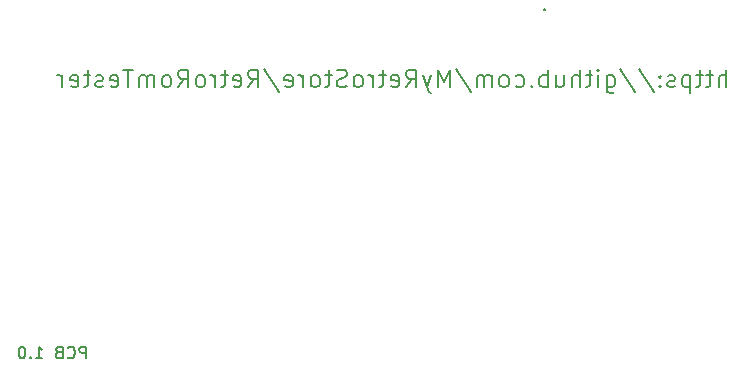
<source format=gbr>
G04 #@! TF.GenerationSoftware,KiCad,Pcbnew,7.0.8-7.0.8~ubuntu23.04.1*
G04 #@! TF.CreationDate,2023-10-29T22:49:27+00:00*
G04 #@! TF.ProjectId,2332 ROM Tester,32333332-2052-44f4-9d20-546573746572,1.0*
G04 #@! TF.SameCoordinates,Original*
G04 #@! TF.FileFunction,Legend,Bot*
G04 #@! TF.FilePolarity,Positive*
%FSLAX46Y46*%
G04 Gerber Fmt 4.6, Leading zero omitted, Abs format (unit mm)*
G04 Created by KiCad (PCBNEW 7.0.8-7.0.8~ubuntu23.04.1) date 2023-10-29 22:49:27*
%MOMM*%
%LPD*%
G01*
G04 APERTURE LIST*
%ADD10C,0.150000*%
G04 APERTURE END LIST*
D10*
X85667620Y-96796219D02*
X85667620Y-95796219D01*
X85667620Y-95796219D02*
X85286668Y-95796219D01*
X85286668Y-95796219D02*
X85191430Y-95843838D01*
X85191430Y-95843838D02*
X85143811Y-95891457D01*
X85143811Y-95891457D02*
X85096192Y-95986695D01*
X85096192Y-95986695D02*
X85096192Y-96129552D01*
X85096192Y-96129552D02*
X85143811Y-96224790D01*
X85143811Y-96224790D02*
X85191430Y-96272409D01*
X85191430Y-96272409D02*
X85286668Y-96320028D01*
X85286668Y-96320028D02*
X85667620Y-96320028D01*
X84096192Y-96700980D02*
X84143811Y-96748600D01*
X84143811Y-96748600D02*
X84286668Y-96796219D01*
X84286668Y-96796219D02*
X84381906Y-96796219D01*
X84381906Y-96796219D02*
X84524763Y-96748600D01*
X84524763Y-96748600D02*
X84620001Y-96653361D01*
X84620001Y-96653361D02*
X84667620Y-96558123D01*
X84667620Y-96558123D02*
X84715239Y-96367647D01*
X84715239Y-96367647D02*
X84715239Y-96224790D01*
X84715239Y-96224790D02*
X84667620Y-96034314D01*
X84667620Y-96034314D02*
X84620001Y-95939076D01*
X84620001Y-95939076D02*
X84524763Y-95843838D01*
X84524763Y-95843838D02*
X84381906Y-95796219D01*
X84381906Y-95796219D02*
X84286668Y-95796219D01*
X84286668Y-95796219D02*
X84143811Y-95843838D01*
X84143811Y-95843838D02*
X84096192Y-95891457D01*
X83334287Y-96272409D02*
X83191430Y-96320028D01*
X83191430Y-96320028D02*
X83143811Y-96367647D01*
X83143811Y-96367647D02*
X83096192Y-96462885D01*
X83096192Y-96462885D02*
X83096192Y-96605742D01*
X83096192Y-96605742D02*
X83143811Y-96700980D01*
X83143811Y-96700980D02*
X83191430Y-96748600D01*
X83191430Y-96748600D02*
X83286668Y-96796219D01*
X83286668Y-96796219D02*
X83667620Y-96796219D01*
X83667620Y-96796219D02*
X83667620Y-95796219D01*
X83667620Y-95796219D02*
X83334287Y-95796219D01*
X83334287Y-95796219D02*
X83239049Y-95843838D01*
X83239049Y-95843838D02*
X83191430Y-95891457D01*
X83191430Y-95891457D02*
X83143811Y-95986695D01*
X83143811Y-95986695D02*
X83143811Y-96081933D01*
X83143811Y-96081933D02*
X83191430Y-96177171D01*
X83191430Y-96177171D02*
X83239049Y-96224790D01*
X83239049Y-96224790D02*
X83334287Y-96272409D01*
X83334287Y-96272409D02*
X83667620Y-96272409D01*
X81381906Y-96796219D02*
X81953334Y-96796219D01*
X81667620Y-96796219D02*
X81667620Y-95796219D01*
X81667620Y-95796219D02*
X81762858Y-95939076D01*
X81762858Y-95939076D02*
X81858096Y-96034314D01*
X81858096Y-96034314D02*
X81953334Y-96081933D01*
X80953334Y-96700980D02*
X80905715Y-96748600D01*
X80905715Y-96748600D02*
X80953334Y-96796219D01*
X80953334Y-96796219D02*
X81000953Y-96748600D01*
X81000953Y-96748600D02*
X80953334Y-96700980D01*
X80953334Y-96700980D02*
X80953334Y-96796219D01*
X80286668Y-95796219D02*
X80191430Y-95796219D01*
X80191430Y-95796219D02*
X80096192Y-95843838D01*
X80096192Y-95843838D02*
X80048573Y-95891457D01*
X80048573Y-95891457D02*
X80000954Y-95986695D01*
X80000954Y-95986695D02*
X79953335Y-96177171D01*
X79953335Y-96177171D02*
X79953335Y-96415266D01*
X79953335Y-96415266D02*
X80000954Y-96605742D01*
X80000954Y-96605742D02*
X80048573Y-96700980D01*
X80048573Y-96700980D02*
X80096192Y-96748600D01*
X80096192Y-96748600D02*
X80191430Y-96796219D01*
X80191430Y-96796219D02*
X80286668Y-96796219D01*
X80286668Y-96796219D02*
X80381906Y-96748600D01*
X80381906Y-96748600D02*
X80429525Y-96700980D01*
X80429525Y-96700980D02*
X80477144Y-96605742D01*
X80477144Y-96605742D02*
X80524763Y-96415266D01*
X80524763Y-96415266D02*
X80524763Y-96177171D01*
X80524763Y-96177171D02*
X80477144Y-95986695D01*
X80477144Y-95986695D02*
X80429525Y-95891457D01*
X80429525Y-95891457D02*
X80381906Y-95843838D01*
X80381906Y-95843838D02*
X80286668Y-95796219D01*
X139879173Y-73849628D02*
X139879173Y-72349628D01*
X139236316Y-73849628D02*
X139236316Y-73063914D01*
X139236316Y-73063914D02*
X139307744Y-72921057D01*
X139307744Y-72921057D02*
X139450601Y-72849628D01*
X139450601Y-72849628D02*
X139664887Y-72849628D01*
X139664887Y-72849628D02*
X139807744Y-72921057D01*
X139807744Y-72921057D02*
X139879173Y-72992485D01*
X138736315Y-72849628D02*
X138164887Y-72849628D01*
X138522030Y-72349628D02*
X138522030Y-73635342D01*
X138522030Y-73635342D02*
X138450601Y-73778200D01*
X138450601Y-73778200D02*
X138307744Y-73849628D01*
X138307744Y-73849628D02*
X138164887Y-73849628D01*
X137879172Y-72849628D02*
X137307744Y-72849628D01*
X137664887Y-72349628D02*
X137664887Y-73635342D01*
X137664887Y-73635342D02*
X137593458Y-73778200D01*
X137593458Y-73778200D02*
X137450601Y-73849628D01*
X137450601Y-73849628D02*
X137307744Y-73849628D01*
X136807744Y-72849628D02*
X136807744Y-74349628D01*
X136807744Y-72921057D02*
X136664887Y-72849628D01*
X136664887Y-72849628D02*
X136379172Y-72849628D01*
X136379172Y-72849628D02*
X136236315Y-72921057D01*
X136236315Y-72921057D02*
X136164887Y-72992485D01*
X136164887Y-72992485D02*
X136093458Y-73135342D01*
X136093458Y-73135342D02*
X136093458Y-73563914D01*
X136093458Y-73563914D02*
X136164887Y-73706771D01*
X136164887Y-73706771D02*
X136236315Y-73778200D01*
X136236315Y-73778200D02*
X136379172Y-73849628D01*
X136379172Y-73849628D02*
X136664887Y-73849628D01*
X136664887Y-73849628D02*
X136807744Y-73778200D01*
X135522029Y-73778200D02*
X135379172Y-73849628D01*
X135379172Y-73849628D02*
X135093458Y-73849628D01*
X135093458Y-73849628D02*
X134950601Y-73778200D01*
X134950601Y-73778200D02*
X134879172Y-73635342D01*
X134879172Y-73635342D02*
X134879172Y-73563914D01*
X134879172Y-73563914D02*
X134950601Y-73421057D01*
X134950601Y-73421057D02*
X135093458Y-73349628D01*
X135093458Y-73349628D02*
X135307744Y-73349628D01*
X135307744Y-73349628D02*
X135450601Y-73278200D01*
X135450601Y-73278200D02*
X135522029Y-73135342D01*
X135522029Y-73135342D02*
X135522029Y-73063914D01*
X135522029Y-73063914D02*
X135450601Y-72921057D01*
X135450601Y-72921057D02*
X135307744Y-72849628D01*
X135307744Y-72849628D02*
X135093458Y-72849628D01*
X135093458Y-72849628D02*
X134950601Y-72921057D01*
X134236315Y-73706771D02*
X134164886Y-73778200D01*
X134164886Y-73778200D02*
X134236315Y-73849628D01*
X134236315Y-73849628D02*
X134307743Y-73778200D01*
X134307743Y-73778200D02*
X134236315Y-73706771D01*
X134236315Y-73706771D02*
X134236315Y-73849628D01*
X134236315Y-72921057D02*
X134164886Y-72992485D01*
X134164886Y-72992485D02*
X134236315Y-73063914D01*
X134236315Y-73063914D02*
X134307743Y-72992485D01*
X134307743Y-72992485D02*
X134236315Y-72921057D01*
X134236315Y-72921057D02*
X134236315Y-73063914D01*
X132450600Y-72278200D02*
X133736314Y-74206771D01*
X130879171Y-72278200D02*
X132164885Y-74206771D01*
X129736314Y-72849628D02*
X129736314Y-74063914D01*
X129736314Y-74063914D02*
X129807742Y-74206771D01*
X129807742Y-74206771D02*
X129879171Y-74278200D01*
X129879171Y-74278200D02*
X130022028Y-74349628D01*
X130022028Y-74349628D02*
X130236314Y-74349628D01*
X130236314Y-74349628D02*
X130379171Y-74278200D01*
X129736314Y-73778200D02*
X129879171Y-73849628D01*
X129879171Y-73849628D02*
X130164885Y-73849628D01*
X130164885Y-73849628D02*
X130307742Y-73778200D01*
X130307742Y-73778200D02*
X130379171Y-73706771D01*
X130379171Y-73706771D02*
X130450599Y-73563914D01*
X130450599Y-73563914D02*
X130450599Y-73135342D01*
X130450599Y-73135342D02*
X130379171Y-72992485D01*
X130379171Y-72992485D02*
X130307742Y-72921057D01*
X130307742Y-72921057D02*
X130164885Y-72849628D01*
X130164885Y-72849628D02*
X129879171Y-72849628D01*
X129879171Y-72849628D02*
X129736314Y-72921057D01*
X129022028Y-73849628D02*
X129022028Y-72849628D01*
X129022028Y-72349628D02*
X129093456Y-72421057D01*
X129093456Y-72421057D02*
X129022028Y-72492485D01*
X129022028Y-72492485D02*
X128950599Y-72421057D01*
X128950599Y-72421057D02*
X129022028Y-72349628D01*
X129022028Y-72349628D02*
X129022028Y-72492485D01*
X128522027Y-72849628D02*
X127950599Y-72849628D01*
X128307742Y-72349628D02*
X128307742Y-73635342D01*
X128307742Y-73635342D02*
X128236313Y-73778200D01*
X128236313Y-73778200D02*
X128093456Y-73849628D01*
X128093456Y-73849628D02*
X127950599Y-73849628D01*
X127450599Y-73849628D02*
X127450599Y-72349628D01*
X126807742Y-73849628D02*
X126807742Y-73063914D01*
X126807742Y-73063914D02*
X126879170Y-72921057D01*
X126879170Y-72921057D02*
X127022027Y-72849628D01*
X127022027Y-72849628D02*
X127236313Y-72849628D01*
X127236313Y-72849628D02*
X127379170Y-72921057D01*
X127379170Y-72921057D02*
X127450599Y-72992485D01*
X125450599Y-72849628D02*
X125450599Y-73849628D01*
X126093456Y-72849628D02*
X126093456Y-73635342D01*
X126093456Y-73635342D02*
X126022027Y-73778200D01*
X126022027Y-73778200D02*
X125879170Y-73849628D01*
X125879170Y-73849628D02*
X125664884Y-73849628D01*
X125664884Y-73849628D02*
X125522027Y-73778200D01*
X125522027Y-73778200D02*
X125450599Y-73706771D01*
X124736313Y-73849628D02*
X124736313Y-72349628D01*
X124736313Y-72921057D02*
X124593456Y-72849628D01*
X124593456Y-72849628D02*
X124307741Y-72849628D01*
X124307741Y-72849628D02*
X124164884Y-72921057D01*
X124164884Y-72921057D02*
X124093456Y-72992485D01*
X124093456Y-72992485D02*
X124022027Y-73135342D01*
X124022027Y-73135342D02*
X124022027Y-73563914D01*
X124022027Y-73563914D02*
X124093456Y-73706771D01*
X124093456Y-73706771D02*
X124164884Y-73778200D01*
X124164884Y-73778200D02*
X124307741Y-73849628D01*
X124307741Y-73849628D02*
X124593456Y-73849628D01*
X124593456Y-73849628D02*
X124736313Y-73778200D01*
X123379170Y-73706771D02*
X123307741Y-73778200D01*
X123307741Y-73778200D02*
X123379170Y-73849628D01*
X123379170Y-73849628D02*
X123450598Y-73778200D01*
X123450598Y-73778200D02*
X123379170Y-73706771D01*
X123379170Y-73706771D02*
X123379170Y-73849628D01*
X122022027Y-73778200D02*
X122164884Y-73849628D01*
X122164884Y-73849628D02*
X122450598Y-73849628D01*
X122450598Y-73849628D02*
X122593455Y-73778200D01*
X122593455Y-73778200D02*
X122664884Y-73706771D01*
X122664884Y-73706771D02*
X122736312Y-73563914D01*
X122736312Y-73563914D02*
X122736312Y-73135342D01*
X122736312Y-73135342D02*
X122664884Y-72992485D01*
X122664884Y-72992485D02*
X122593455Y-72921057D01*
X122593455Y-72921057D02*
X122450598Y-72849628D01*
X122450598Y-72849628D02*
X122164884Y-72849628D01*
X122164884Y-72849628D02*
X122022027Y-72921057D01*
X121164884Y-73849628D02*
X121307741Y-73778200D01*
X121307741Y-73778200D02*
X121379170Y-73706771D01*
X121379170Y-73706771D02*
X121450598Y-73563914D01*
X121450598Y-73563914D02*
X121450598Y-73135342D01*
X121450598Y-73135342D02*
X121379170Y-72992485D01*
X121379170Y-72992485D02*
X121307741Y-72921057D01*
X121307741Y-72921057D02*
X121164884Y-72849628D01*
X121164884Y-72849628D02*
X120950598Y-72849628D01*
X120950598Y-72849628D02*
X120807741Y-72921057D01*
X120807741Y-72921057D02*
X120736313Y-72992485D01*
X120736313Y-72992485D02*
X120664884Y-73135342D01*
X120664884Y-73135342D02*
X120664884Y-73563914D01*
X120664884Y-73563914D02*
X120736313Y-73706771D01*
X120736313Y-73706771D02*
X120807741Y-73778200D01*
X120807741Y-73778200D02*
X120950598Y-73849628D01*
X120950598Y-73849628D02*
X121164884Y-73849628D01*
X120022027Y-73849628D02*
X120022027Y-72849628D01*
X120022027Y-72992485D02*
X119950598Y-72921057D01*
X119950598Y-72921057D02*
X119807741Y-72849628D01*
X119807741Y-72849628D02*
X119593455Y-72849628D01*
X119593455Y-72849628D02*
X119450598Y-72921057D01*
X119450598Y-72921057D02*
X119379170Y-73063914D01*
X119379170Y-73063914D02*
X119379170Y-73849628D01*
X119379170Y-73063914D02*
X119307741Y-72921057D01*
X119307741Y-72921057D02*
X119164884Y-72849628D01*
X119164884Y-72849628D02*
X118950598Y-72849628D01*
X118950598Y-72849628D02*
X118807741Y-72921057D01*
X118807741Y-72921057D02*
X118736312Y-73063914D01*
X118736312Y-73063914D02*
X118736312Y-73849628D01*
X116950598Y-72278200D02*
X118236312Y-74206771D01*
X116450598Y-73849628D02*
X116450598Y-72349628D01*
X116450598Y-72349628D02*
X115950598Y-73421057D01*
X115950598Y-73421057D02*
X115450598Y-72349628D01*
X115450598Y-72349628D02*
X115450598Y-73849628D01*
X114879169Y-72849628D02*
X114522026Y-73849628D01*
X114164883Y-72849628D02*
X114522026Y-73849628D01*
X114522026Y-73849628D02*
X114664883Y-74206771D01*
X114664883Y-74206771D02*
X114736312Y-74278200D01*
X114736312Y-74278200D02*
X114879169Y-74349628D01*
X112736312Y-73849628D02*
X113236312Y-73135342D01*
X113593455Y-73849628D02*
X113593455Y-72349628D01*
X113593455Y-72349628D02*
X113022026Y-72349628D01*
X113022026Y-72349628D02*
X112879169Y-72421057D01*
X112879169Y-72421057D02*
X112807740Y-72492485D01*
X112807740Y-72492485D02*
X112736312Y-72635342D01*
X112736312Y-72635342D02*
X112736312Y-72849628D01*
X112736312Y-72849628D02*
X112807740Y-72992485D01*
X112807740Y-72992485D02*
X112879169Y-73063914D01*
X112879169Y-73063914D02*
X113022026Y-73135342D01*
X113022026Y-73135342D02*
X113593455Y-73135342D01*
X111522026Y-73778200D02*
X111664883Y-73849628D01*
X111664883Y-73849628D02*
X111950598Y-73849628D01*
X111950598Y-73849628D02*
X112093455Y-73778200D01*
X112093455Y-73778200D02*
X112164883Y-73635342D01*
X112164883Y-73635342D02*
X112164883Y-73063914D01*
X112164883Y-73063914D02*
X112093455Y-72921057D01*
X112093455Y-72921057D02*
X111950598Y-72849628D01*
X111950598Y-72849628D02*
X111664883Y-72849628D01*
X111664883Y-72849628D02*
X111522026Y-72921057D01*
X111522026Y-72921057D02*
X111450598Y-73063914D01*
X111450598Y-73063914D02*
X111450598Y-73206771D01*
X111450598Y-73206771D02*
X112164883Y-73349628D01*
X111022026Y-72849628D02*
X110450598Y-72849628D01*
X110807741Y-72349628D02*
X110807741Y-73635342D01*
X110807741Y-73635342D02*
X110736312Y-73778200D01*
X110736312Y-73778200D02*
X110593455Y-73849628D01*
X110593455Y-73849628D02*
X110450598Y-73849628D01*
X109950598Y-73849628D02*
X109950598Y-72849628D01*
X109950598Y-73135342D02*
X109879169Y-72992485D01*
X109879169Y-72992485D02*
X109807741Y-72921057D01*
X109807741Y-72921057D02*
X109664883Y-72849628D01*
X109664883Y-72849628D02*
X109522026Y-72849628D01*
X108807741Y-73849628D02*
X108950598Y-73778200D01*
X108950598Y-73778200D02*
X109022027Y-73706771D01*
X109022027Y-73706771D02*
X109093455Y-73563914D01*
X109093455Y-73563914D02*
X109093455Y-73135342D01*
X109093455Y-73135342D02*
X109022027Y-72992485D01*
X109022027Y-72992485D02*
X108950598Y-72921057D01*
X108950598Y-72921057D02*
X108807741Y-72849628D01*
X108807741Y-72849628D02*
X108593455Y-72849628D01*
X108593455Y-72849628D02*
X108450598Y-72921057D01*
X108450598Y-72921057D02*
X108379170Y-72992485D01*
X108379170Y-72992485D02*
X108307741Y-73135342D01*
X108307741Y-73135342D02*
X108307741Y-73563914D01*
X108307741Y-73563914D02*
X108379170Y-73706771D01*
X108379170Y-73706771D02*
X108450598Y-73778200D01*
X108450598Y-73778200D02*
X108593455Y-73849628D01*
X108593455Y-73849628D02*
X108807741Y-73849628D01*
X107736312Y-73778200D02*
X107522027Y-73849628D01*
X107522027Y-73849628D02*
X107164884Y-73849628D01*
X107164884Y-73849628D02*
X107022027Y-73778200D01*
X107022027Y-73778200D02*
X106950598Y-73706771D01*
X106950598Y-73706771D02*
X106879169Y-73563914D01*
X106879169Y-73563914D02*
X106879169Y-73421057D01*
X106879169Y-73421057D02*
X106950598Y-73278200D01*
X106950598Y-73278200D02*
X107022027Y-73206771D01*
X107022027Y-73206771D02*
X107164884Y-73135342D01*
X107164884Y-73135342D02*
X107450598Y-73063914D01*
X107450598Y-73063914D02*
X107593455Y-72992485D01*
X107593455Y-72992485D02*
X107664884Y-72921057D01*
X107664884Y-72921057D02*
X107736312Y-72778200D01*
X107736312Y-72778200D02*
X107736312Y-72635342D01*
X107736312Y-72635342D02*
X107664884Y-72492485D01*
X107664884Y-72492485D02*
X107593455Y-72421057D01*
X107593455Y-72421057D02*
X107450598Y-72349628D01*
X107450598Y-72349628D02*
X107093455Y-72349628D01*
X107093455Y-72349628D02*
X106879169Y-72421057D01*
X106450598Y-72849628D02*
X105879170Y-72849628D01*
X106236313Y-72349628D02*
X106236313Y-73635342D01*
X106236313Y-73635342D02*
X106164884Y-73778200D01*
X106164884Y-73778200D02*
X106022027Y-73849628D01*
X106022027Y-73849628D02*
X105879170Y-73849628D01*
X105164884Y-73849628D02*
X105307741Y-73778200D01*
X105307741Y-73778200D02*
X105379170Y-73706771D01*
X105379170Y-73706771D02*
X105450598Y-73563914D01*
X105450598Y-73563914D02*
X105450598Y-73135342D01*
X105450598Y-73135342D02*
X105379170Y-72992485D01*
X105379170Y-72992485D02*
X105307741Y-72921057D01*
X105307741Y-72921057D02*
X105164884Y-72849628D01*
X105164884Y-72849628D02*
X104950598Y-72849628D01*
X104950598Y-72849628D02*
X104807741Y-72921057D01*
X104807741Y-72921057D02*
X104736313Y-72992485D01*
X104736313Y-72992485D02*
X104664884Y-73135342D01*
X104664884Y-73135342D02*
X104664884Y-73563914D01*
X104664884Y-73563914D02*
X104736313Y-73706771D01*
X104736313Y-73706771D02*
X104807741Y-73778200D01*
X104807741Y-73778200D02*
X104950598Y-73849628D01*
X104950598Y-73849628D02*
X105164884Y-73849628D01*
X104022027Y-73849628D02*
X104022027Y-72849628D01*
X104022027Y-73135342D02*
X103950598Y-72992485D01*
X103950598Y-72992485D02*
X103879170Y-72921057D01*
X103879170Y-72921057D02*
X103736312Y-72849628D01*
X103736312Y-72849628D02*
X103593455Y-72849628D01*
X102522027Y-73778200D02*
X102664884Y-73849628D01*
X102664884Y-73849628D02*
X102950599Y-73849628D01*
X102950599Y-73849628D02*
X103093456Y-73778200D01*
X103093456Y-73778200D02*
X103164884Y-73635342D01*
X103164884Y-73635342D02*
X103164884Y-73063914D01*
X103164884Y-73063914D02*
X103093456Y-72921057D01*
X103093456Y-72921057D02*
X102950599Y-72849628D01*
X102950599Y-72849628D02*
X102664884Y-72849628D01*
X102664884Y-72849628D02*
X102522027Y-72921057D01*
X102522027Y-72921057D02*
X102450599Y-73063914D01*
X102450599Y-73063914D02*
X102450599Y-73206771D01*
X102450599Y-73206771D02*
X103164884Y-73349628D01*
X100736313Y-72278200D02*
X102022027Y-74206771D01*
X99379170Y-73849628D02*
X99879170Y-73135342D01*
X100236313Y-73849628D02*
X100236313Y-72349628D01*
X100236313Y-72349628D02*
X99664884Y-72349628D01*
X99664884Y-72349628D02*
X99522027Y-72421057D01*
X99522027Y-72421057D02*
X99450598Y-72492485D01*
X99450598Y-72492485D02*
X99379170Y-72635342D01*
X99379170Y-72635342D02*
X99379170Y-72849628D01*
X99379170Y-72849628D02*
X99450598Y-72992485D01*
X99450598Y-72992485D02*
X99522027Y-73063914D01*
X99522027Y-73063914D02*
X99664884Y-73135342D01*
X99664884Y-73135342D02*
X100236313Y-73135342D01*
X98164884Y-73778200D02*
X98307741Y-73849628D01*
X98307741Y-73849628D02*
X98593456Y-73849628D01*
X98593456Y-73849628D02*
X98736313Y-73778200D01*
X98736313Y-73778200D02*
X98807741Y-73635342D01*
X98807741Y-73635342D02*
X98807741Y-73063914D01*
X98807741Y-73063914D02*
X98736313Y-72921057D01*
X98736313Y-72921057D02*
X98593456Y-72849628D01*
X98593456Y-72849628D02*
X98307741Y-72849628D01*
X98307741Y-72849628D02*
X98164884Y-72921057D01*
X98164884Y-72921057D02*
X98093456Y-73063914D01*
X98093456Y-73063914D02*
X98093456Y-73206771D01*
X98093456Y-73206771D02*
X98807741Y-73349628D01*
X97664884Y-72849628D02*
X97093456Y-72849628D01*
X97450599Y-72349628D02*
X97450599Y-73635342D01*
X97450599Y-73635342D02*
X97379170Y-73778200D01*
X97379170Y-73778200D02*
X97236313Y-73849628D01*
X97236313Y-73849628D02*
X97093456Y-73849628D01*
X96593456Y-73849628D02*
X96593456Y-72849628D01*
X96593456Y-73135342D02*
X96522027Y-72992485D01*
X96522027Y-72992485D02*
X96450599Y-72921057D01*
X96450599Y-72921057D02*
X96307741Y-72849628D01*
X96307741Y-72849628D02*
X96164884Y-72849628D01*
X95450599Y-73849628D02*
X95593456Y-73778200D01*
X95593456Y-73778200D02*
X95664885Y-73706771D01*
X95664885Y-73706771D02*
X95736313Y-73563914D01*
X95736313Y-73563914D02*
X95736313Y-73135342D01*
X95736313Y-73135342D02*
X95664885Y-72992485D01*
X95664885Y-72992485D02*
X95593456Y-72921057D01*
X95593456Y-72921057D02*
X95450599Y-72849628D01*
X95450599Y-72849628D02*
X95236313Y-72849628D01*
X95236313Y-72849628D02*
X95093456Y-72921057D01*
X95093456Y-72921057D02*
X95022028Y-72992485D01*
X95022028Y-72992485D02*
X94950599Y-73135342D01*
X94950599Y-73135342D02*
X94950599Y-73563914D01*
X94950599Y-73563914D02*
X95022028Y-73706771D01*
X95022028Y-73706771D02*
X95093456Y-73778200D01*
X95093456Y-73778200D02*
X95236313Y-73849628D01*
X95236313Y-73849628D02*
X95450599Y-73849628D01*
X93450599Y-73849628D02*
X93950599Y-73135342D01*
X94307742Y-73849628D02*
X94307742Y-72349628D01*
X94307742Y-72349628D02*
X93736313Y-72349628D01*
X93736313Y-72349628D02*
X93593456Y-72421057D01*
X93593456Y-72421057D02*
X93522027Y-72492485D01*
X93522027Y-72492485D02*
X93450599Y-72635342D01*
X93450599Y-72635342D02*
X93450599Y-72849628D01*
X93450599Y-72849628D02*
X93522027Y-72992485D01*
X93522027Y-72992485D02*
X93593456Y-73063914D01*
X93593456Y-73063914D02*
X93736313Y-73135342D01*
X93736313Y-73135342D02*
X94307742Y-73135342D01*
X92593456Y-73849628D02*
X92736313Y-73778200D01*
X92736313Y-73778200D02*
X92807742Y-73706771D01*
X92807742Y-73706771D02*
X92879170Y-73563914D01*
X92879170Y-73563914D02*
X92879170Y-73135342D01*
X92879170Y-73135342D02*
X92807742Y-72992485D01*
X92807742Y-72992485D02*
X92736313Y-72921057D01*
X92736313Y-72921057D02*
X92593456Y-72849628D01*
X92593456Y-72849628D02*
X92379170Y-72849628D01*
X92379170Y-72849628D02*
X92236313Y-72921057D01*
X92236313Y-72921057D02*
X92164885Y-72992485D01*
X92164885Y-72992485D02*
X92093456Y-73135342D01*
X92093456Y-73135342D02*
X92093456Y-73563914D01*
X92093456Y-73563914D02*
X92164885Y-73706771D01*
X92164885Y-73706771D02*
X92236313Y-73778200D01*
X92236313Y-73778200D02*
X92379170Y-73849628D01*
X92379170Y-73849628D02*
X92593456Y-73849628D01*
X91450599Y-73849628D02*
X91450599Y-72849628D01*
X91450599Y-72992485D02*
X91379170Y-72921057D01*
X91379170Y-72921057D02*
X91236313Y-72849628D01*
X91236313Y-72849628D02*
X91022027Y-72849628D01*
X91022027Y-72849628D02*
X90879170Y-72921057D01*
X90879170Y-72921057D02*
X90807742Y-73063914D01*
X90807742Y-73063914D02*
X90807742Y-73849628D01*
X90807742Y-73063914D02*
X90736313Y-72921057D01*
X90736313Y-72921057D02*
X90593456Y-72849628D01*
X90593456Y-72849628D02*
X90379170Y-72849628D01*
X90379170Y-72849628D02*
X90236313Y-72921057D01*
X90236313Y-72921057D02*
X90164884Y-73063914D01*
X90164884Y-73063914D02*
X90164884Y-73849628D01*
X89664884Y-72349628D02*
X88807742Y-72349628D01*
X89236313Y-73849628D02*
X89236313Y-72349628D01*
X87736313Y-73778200D02*
X87879170Y-73849628D01*
X87879170Y-73849628D02*
X88164885Y-73849628D01*
X88164885Y-73849628D02*
X88307742Y-73778200D01*
X88307742Y-73778200D02*
X88379170Y-73635342D01*
X88379170Y-73635342D02*
X88379170Y-73063914D01*
X88379170Y-73063914D02*
X88307742Y-72921057D01*
X88307742Y-72921057D02*
X88164885Y-72849628D01*
X88164885Y-72849628D02*
X87879170Y-72849628D01*
X87879170Y-72849628D02*
X87736313Y-72921057D01*
X87736313Y-72921057D02*
X87664885Y-73063914D01*
X87664885Y-73063914D02*
X87664885Y-73206771D01*
X87664885Y-73206771D02*
X88379170Y-73349628D01*
X87093456Y-73778200D02*
X86950599Y-73849628D01*
X86950599Y-73849628D02*
X86664885Y-73849628D01*
X86664885Y-73849628D02*
X86522028Y-73778200D01*
X86522028Y-73778200D02*
X86450599Y-73635342D01*
X86450599Y-73635342D02*
X86450599Y-73563914D01*
X86450599Y-73563914D02*
X86522028Y-73421057D01*
X86522028Y-73421057D02*
X86664885Y-73349628D01*
X86664885Y-73349628D02*
X86879171Y-73349628D01*
X86879171Y-73349628D02*
X87022028Y-73278200D01*
X87022028Y-73278200D02*
X87093456Y-73135342D01*
X87093456Y-73135342D02*
X87093456Y-73063914D01*
X87093456Y-73063914D02*
X87022028Y-72921057D01*
X87022028Y-72921057D02*
X86879171Y-72849628D01*
X86879171Y-72849628D02*
X86664885Y-72849628D01*
X86664885Y-72849628D02*
X86522028Y-72921057D01*
X86022027Y-72849628D02*
X85450599Y-72849628D01*
X85807742Y-72349628D02*
X85807742Y-73635342D01*
X85807742Y-73635342D02*
X85736313Y-73778200D01*
X85736313Y-73778200D02*
X85593456Y-73849628D01*
X85593456Y-73849628D02*
X85450599Y-73849628D01*
X84379170Y-73778200D02*
X84522027Y-73849628D01*
X84522027Y-73849628D02*
X84807742Y-73849628D01*
X84807742Y-73849628D02*
X84950599Y-73778200D01*
X84950599Y-73778200D02*
X85022027Y-73635342D01*
X85022027Y-73635342D02*
X85022027Y-73063914D01*
X85022027Y-73063914D02*
X84950599Y-72921057D01*
X84950599Y-72921057D02*
X84807742Y-72849628D01*
X84807742Y-72849628D02*
X84522027Y-72849628D01*
X84522027Y-72849628D02*
X84379170Y-72921057D01*
X84379170Y-72921057D02*
X84307742Y-73063914D01*
X84307742Y-73063914D02*
X84307742Y-73206771D01*
X84307742Y-73206771D02*
X85022027Y-73349628D01*
X83664885Y-73849628D02*
X83664885Y-72849628D01*
X83664885Y-73135342D02*
X83593456Y-72992485D01*
X83593456Y-72992485D02*
X83522028Y-72921057D01*
X83522028Y-72921057D02*
X83379170Y-72849628D01*
X83379170Y-72849628D02*
X83236313Y-72849628D01*
X124464000Y-67225580D02*
X124511619Y-67273200D01*
X124511619Y-67273200D02*
X124464000Y-67320819D01*
X124464000Y-67320819D02*
X124416381Y-67273200D01*
X124416381Y-67273200D02*
X124464000Y-67225580D01*
X124464000Y-67225580D02*
X124464000Y-67320819D01*
M02*

</source>
